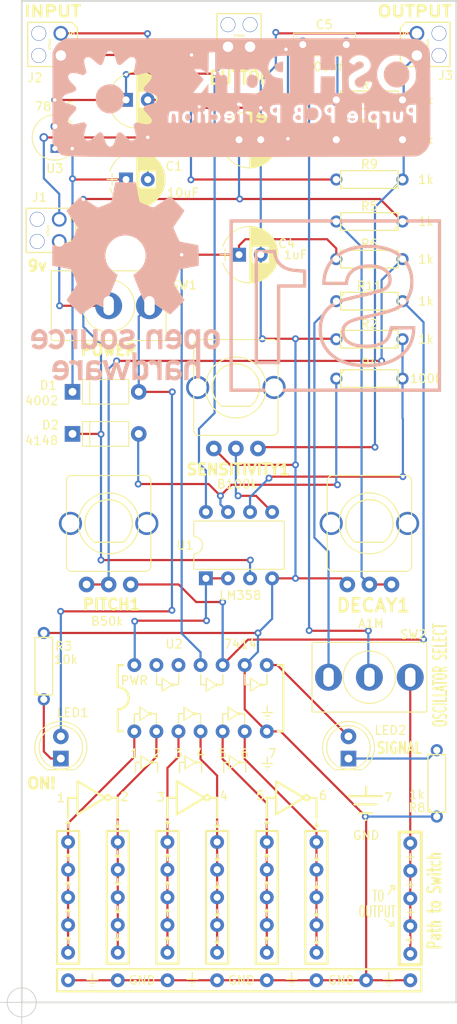
<source format=kicad_pcb>
(kicad_pcb (version 20171130) (host pcbnew "(5.0.0-rc2-dev-311-g1dd4af297)")
  (layers (0 F.Cu signal hide) (31 B.Cu signal hide) (34 B.Paste user) (35 F.Paste user) (36 B.SilkS user) (37 F.SilkS user hide) (38 B.Mask user) (39 F.Mask user) (44 Edge.Cuts user))
  (net 0 "")
  (net 1 "Net-(J1-Pad1)")
  (net 2 "Net-(D1-Pad2)")
  (net 3 "Net-(C5-Pad2)")
  (net 4 +5V)
  (net 5 GND)
  (net 6 "Net-(R1-Pad1)")
  (net 7 "Net-(PITCH1-Pad3)")
  (net 8 "Net-(PITCH1-Pad1)")
  (net 9 "Net-(DECAY1-Pad2)")
  (net 10 "Net-(J3-Pad1)")
  (net 11 "Net-(J2-Pad1)")
  (net 12 "Net-(C1-Pad1)")
  (net 13 "Net-(R2-Pad1)")
  (net 14 "Net-(D2-Pad2)")
  (net 15 "Net-(C2-Pad1)")
  (net 16 "Net-(C4-Pad1)")
  (net 17 "Net-(C5-Pad1)")
  (net 18 "Net-(U2-Pad13)")
  (net 19 "Net-(U2-Pad12)")
  (net 20 "Net-(U2-Pad1)")
  (net 21 "Net-(U2-Pad2)")
  (net 22 "Net-(U2-Pad4)")
  (net 23 "Net-(U2-Pad3)")
  (net 24 "Net-(U2-Pad5)")
  (net 25 "Net-(U2-Pad6)")
  (net 26 "Net-(U1-Pad1)")
  (net 27 "Net-(SENSITIVITY1-Pad2)")
  (net 28 "Net-(BreadBoardStrip1-Pad1)")
  (net 29 "Net-(R11-Pad1)")
  (net 30 "Net-(LED1-Pad1)")
  (net 31 "Net-(LED2-Pad2)")
  (net 32 "Net-(LED2-Pad1)")
  (net 33 "Net-(R1-Pad2)")
  (module zfoot:Button_Bigger (layer F.Cu) (at 147.936 41.4)
    (fp_text reference SW3 hide)
    (fp_text value BUTTON (at 0.146 4.828 180) (layer F.SilkS) (effects (font (size 1.5 1.25) (thickness 0.3))))
    (fp_text user STRAIN (at 0 0 -180) (layer F.SilkS) (effects (font (size 0.25 0.25) (thickness 0.0625))))
    (pad "" thru_hole circle (at 1.27 -1.27 180) (size 1.7 1.7) (drill 1.6) (layers *.Cu *.Mask))
    (pad "" thru_hole circle (at -1.27 -1.27 180) (size 1.7 1.7) (drill 1.6) (layers *.Cu *.Mask))
    (pad 2 thru_hole circle (at -1.27 1.27 180) (size 1.7 1.7) (drill 1.2) (layers *.Cu *.Mask) (net 4 +5V))
    (pad 1 thru_hole circle (at 1.27 1.27 180) (size 1.7 1.7) (drill 1.2) (layers *.Cu *.Mask) (net 33 "Net-(R1-Pad2)"))
  )
  (module zfoot:9v_Bigger (layer F.Cu) (at 127.254 63.754 90)
    (fp_text reference J1 (at 3.804 -2.278) (layer F.SilkS))
    (fp_text value 9v (at -4.064 -2.54) (layer F.SilkS) (effects (font (size 1.25 1.25) (thickness 0.3))))
    (fp_text user + (at -1.27 1.27 270) (layer F.SilkS) (effects (font (size 0.75 0.75))))
    (fp_text user - (at 1.27 1.27 270) (layer F.SilkS) (effects (font (size 0.75 0.75))))
    (fp_text user STRAIN (at 0 -1.27 -90) (layer F.SilkS) (effects (font (size 0.25 0.25) (thickness 0.0625))))
    (pad 1 thru_hole circle (at -1.27 0 270) (size 1.7 1.7) (drill 1.2) (layers *.Cu *.Mask) (net 1 "Net-(J1-Pad1)"))
    (pad 2 thru_hole circle (at 1.27 0 270) (size 1.7 1.7) (drill 1.2) (layers *.Cu *.Mask) (net 5 GND))
    (pad "" thru_hole circle (at 1.27 -2.54 270) (size 1.7 1.7) (drill 1.6) (layers *.Cu *.Mask))
    (pad "" thru_hole circle (at -1.27 -2.54 270) (size 1.7 1.7) (drill 1.6) (layers *.Cu *.Mask))
  )
  (module zfoot:BREAKOUT (layer F.Cu) (at 128.27 149.86)
    (fp_text reference U2 (at 12.192 -38.608) (layer F.SilkS))
    (fp_text value 7414 (at 19.812 -38.608) (layer F.SilkS))
    (fp_text user 7 (at 23.495 -26.035) (layer F.SilkS))
    (fp_text user 6 (at 20.32 -26.035) (layer F.SilkS))
    (fp_text user 5 (at 17.78 -26.035) (layer F.SilkS))
    (fp_text user 4 (at 15.24 -26.035) (layer F.SilkS))
    (fp_text user 3 (at 12.7 -26.035) (layer F.SilkS))
    (fp_text user 2 (at 10.16 -26.035) (layer F.SilkS))
    (fp_text user 1 (at 7.62 -26.035) (layer F.SilkS))
    (fp_text user GND (at 34.29 -16.637 180) (layer F.SilkS))
    (fp_text user 7 (at 36.83 -20.955) (layer F.SilkS))
    (fp_text user 6 (at 29.337 -21.209) (layer F.SilkS))
    (fp_text user 5 (at 22.098 -21.209) (layer F.SilkS))
    (fp_text user 4 (at 17.907 -21.1455) (layer F.SilkS))
    (fp_text user 3 (at 10.668 -21.0185) (layer F.SilkS))
    (fp_text user 2 (at 6.477 -21.082) (layer F.SilkS))
    (fp_text user 1 (at -0.8255 -20.955) (layer F.SilkS))
    (fp_text user GND (at 31.4325 0 180) (layer F.SilkS))
    (fp_text user GND (at 19.939 0 180) (layer F.SilkS))
    (fp_text user GND (at 8.509 0 180) (layer F.SilkS))
    (fp_text user PWR (at 7.62 -34.417) (layer F.SilkS))
    (pad 6 thru_hole circle (at 20.32 -28.575 90) (size 1.6 1.6) (drill 0.8) (layers *.Cu *.Mask) (net 25 "Net-(U2-Pad6)"))
    (pad 9 thru_hole circle (at 20.32 -36.195 90) (size 1.6 1.6) (drill 0.8) (layers *.Cu *.Mask) (net 5 GND))
    (pad 7 thru_hole oval (at 39.37 0 180) (size 1.6 1.6) (drill 0.8) (layers *.Cu *.Mask) (net 5 GND))
    (pad 7 thru_hole oval (at 0 0 270) (size 1.6 1.6) (drill 0.8) (layers *.Cu *.Mask) (net 5 GND))
    (pad 7 thru_hole oval (at 5.715 0 270) (size 1.6 1.6) (drill 0.8) (layers *.Cu *.Mask) (net 5 GND))
    (pad 7 thru_hole oval (at 11.43 0 270) (size 1.6 1.6) (drill 0.8) (layers *.Cu *.Mask) (net 5 GND))
    (pad 7 thru_hole oval (at 17.145 0 270) (size 1.6 1.6) (drill 0.8) (layers *.Cu *.Mask) (net 5 GND))
    (pad 7 thru_hole oval (at 22.86 0 270) (size 1.6 1.6) (drill 0.8) (layers *.Cu *.Mask) (net 5 GND))
    (pad 2 thru_hole oval (at 5.715 -6.35 180) (size 1.6 1.6) (drill 0.8) (layers *.Cu *.Mask) (net 21 "Net-(U2-Pad2)"))
    (pad 2 thru_hole oval (at 5.715 -15.875 180) (size 1.6 1.6) (drill 0.8) (layers *.Cu *.Mask) (net 21 "Net-(U2-Pad2)"))
    (pad 2 thru_hole oval (at 5.715 -9.525 180) (size 1.6 1.6) (drill 0.8) (layers *.Cu *.Mask) (net 21 "Net-(U2-Pad2)"))
    (pad 2 thru_hole oval (at 5.715 -3.175 180) (size 1.6 1.6) (drill 0.8) (layers *.Cu *.Mask) (net 21 "Net-(U2-Pad2)"))
    (pad 2 thru_hole oval (at 5.715 -12.7 180) (size 1.6 1.6) (drill 0.8) (layers *.Cu *.Mask) (net 21 "Net-(U2-Pad2)"))
    (pad 1 thru_hole oval (at 0 -15.875 180) (size 1.6 1.6) (drill 0.8) (layers *.Cu *.Mask) (net 20 "Net-(U2-Pad1)"))
    (pad 1 thru_hole oval (at 0 -3.175 180) (size 1.6 1.6) (drill 0.8) (layers *.Cu *.Mask) (net 20 "Net-(U2-Pad1)"))
    (pad 1 thru_hole oval (at 0 -6.35 180) (size 1.6 1.6) (drill 0.8) (layers *.Cu *.Mask) (net 20 "Net-(U2-Pad1)"))
    (pad 1 thru_hole oval (at 0 -9.525 180) (size 1.6 1.6) (drill 0.8) (layers *.Cu *.Mask) (net 20 "Net-(U2-Pad1)"))
    (pad 1 thru_hole oval (at 0 -12.7 180) (size 1.6 1.6) (drill 0.8) (layers *.Cu *.Mask) (net 20 "Net-(U2-Pad1)"))
    (pad 4 thru_hole oval (at 17.145 -6.35 180) (size 1.6 1.6) (drill 0.8) (layers *.Cu *.Mask) (net 22 "Net-(U2-Pad4)"))
    (pad 4 thru_hole oval (at 17.145 -15.875 180) (size 1.6 1.6) (drill 0.8) (layers *.Cu *.Mask) (net 22 "Net-(U2-Pad4)"))
    (pad 3 thru_hole oval (at 11.43 -12.7 180) (size 1.6 1.6) (drill 0.8) (layers *.Cu *.Mask) (net 23 "Net-(U2-Pad3)"))
    (pad 4 thru_hole oval (at 17.145 -3.175 180) (size 1.6 1.6) (drill 0.8) (layers *.Cu *.Mask) (net 22 "Net-(U2-Pad4)"))
    (pad 3 thru_hole oval (at 11.43 -15.875 180) (size 1.6 1.6) (drill 0.8) (layers *.Cu *.Mask) (net 23 "Net-(U2-Pad3)"))
    (pad 4 thru_hole oval (at 17.145 -12.7 180) (size 1.6 1.6) (drill 0.8) (layers *.Cu *.Mask) (net 22 "Net-(U2-Pad4)"))
    (pad 3 thru_hole oval (at 11.43 -3.175 180) (size 1.6 1.6) (drill 0.8) (layers *.Cu *.Mask) (net 23 "Net-(U2-Pad3)"))
    (pad 3 thru_hole oval (at 11.43 -6.35 180) (size 1.6 1.6) (drill 0.8) (layers *.Cu *.Mask) (net 23 "Net-(U2-Pad3)"))
    (pad 4 thru_hole oval (at 17.145 -9.525 180) (size 1.6 1.6) (drill 0.8) (layers *.Cu *.Mask) (net 22 "Net-(U2-Pad4)"))
    (pad 3 thru_hole oval (at 11.43 -9.525 180) (size 1.6 1.6) (drill 0.8) (layers *.Cu *.Mask) (net 23 "Net-(U2-Pad3)"))
    (pad 5 thru_hole oval (at 22.86 -3.175 180) (size 1.6 1.6) (drill 0.8) (layers *.Cu *.Mask) (net 24 "Net-(U2-Pad5)"))
    (pad 5 thru_hole oval (at 22.86 -15.875 180) (size 1.6 1.6) (drill 0.8) (layers *.Cu *.Mask) (net 24 "Net-(U2-Pad5)"))
    (pad 5 thru_hole oval (at 22.86 -6.35 180) (size 1.6 1.6) (drill 0.8) (layers *.Cu *.Mask) (net 24 "Net-(U2-Pad5)"))
    (pad 5 thru_hole oval (at 22.86 -9.525 180) (size 1.6 1.6) (drill 0.8) (layers *.Cu *.Mask) (net 24 "Net-(U2-Pad5)"))
    (pad 6 thru_hole oval (at 28.575 -6.35 180) (size 1.6 1.6) (drill 0.8) (layers *.Cu *.Mask) (net 25 "Net-(U2-Pad6)"))
    (pad 6 thru_hole oval (at 28.575 -3.175 180) (size 1.6 1.6) (drill 0.8) (layers *.Cu *.Mask) (net 25 "Net-(U2-Pad6)"))
    (pad 6 thru_hole oval (at 28.575 -12.7 180) (size 1.6 1.6) (drill 0.8) (layers *.Cu *.Mask) (net 25 "Net-(U2-Pad6)"))
    (pad 6 thru_hole oval (at 28.575 -15.875 180) (size 1.6 1.6) (drill 0.8) (layers *.Cu *.Mask) (net 25 "Net-(U2-Pad6)"))
    (pad 6 thru_hole oval (at 28.575 -9.525 180) (size 1.6 1.6) (drill 0.8) (layers *.Cu *.Mask) (net 25 "Net-(U2-Pad6)"))
    (pad 5 thru_hole oval (at 22.86 -12.7 180) (size 1.6 1.6) (drill 0.8) (layers *.Cu *.Mask) (net 24 "Net-(U2-Pad5)"))
    (pad 7 thru_hole oval (at 34.29 0 180) (size 1.6 1.6) (drill 0.8) (layers *.Cu *.Mask) (net 5 GND))
    (pad 7 thru_hole oval (at 28.575 0 270) (size 1.6 1.6) (drill 0.8) (layers *.Cu *.Mask) (net 5 GND))
    (pad 1 thru_hole circle (at 7.62 -28.575 90) (size 1.6 1.6) (drill 0.8) (layers *.Cu *.Mask) (net 20 "Net-(U2-Pad1)"))
    (pad 2 thru_hole circle (at 10.16 -28.575 90) (size 1.6 1.6) (drill 0.8) (layers *.Cu *.Mask) (net 21 "Net-(U2-Pad2)"))
    (pad 3 thru_hole circle (at 12.7 -28.575 90) (size 1.6 1.6) (drill 0.8) (layers *.Cu *.Mask) (net 23 "Net-(U2-Pad3)"))
    (pad 4 thru_hole circle (at 15.24 -28.575 90) (size 1.6 1.6) (drill 0.8) (layers *.Cu *.Mask) (net 22 "Net-(U2-Pad4)"))
    (pad 5 thru_hole circle (at 17.78 -28.575 90) (size 1.6 1.6) (drill 0.8) (layers *.Cu *.Mask) (net 24 "Net-(U2-Pad5)"))
    (pad 7 thru_hole circle (at 22.86 -28.575 90) (size 1.6 1.6) (drill 0.8) (layers *.Cu *.Mask) (net 5 GND))
    (pad 14 thru_hole circle (at 7.62 -36.195 90) (size 1.6 1.6) (drill 0.8) (layers *.Cu *.Mask) (net 26 "Net-(U1-Pad1)"))
    (pad 13 thru_hole circle (at 10.16 -36.195 90) (size 1.6 1.6) (drill 0.8) (layers *.Cu *.Mask) (net 18 "Net-(U2-Pad13)"))
    (pad 12 thru_hole circle (at 12.7 -36.195 90) (size 1.6 1.6) (drill 0.8) (layers *.Cu *.Mask) (net 19 "Net-(U2-Pad12)"))
    (pad 11 thru_hole circle (at 15.24 -36.195 90) (size 1.6 1.6) (drill 0.8) (layers *.Cu *.Mask) (net 16 "Net-(C4-Pad1)"))
    (pad 10 thru_hole circle (at 17.78 -36.195 90) (size 1.6 1.6) (drill 0.8) (layers *.Cu *.Mask) (net 7 "Net-(PITCH1-Pad3)"))
    (pad 8 thru_hole circle (at 22.86 -36.195 90) (size 1.6 1.6) (drill 0.8) (layers *.Cu *.Mask) (net 31 "Net-(LED2-Pad2)"))
  )
  (module zfoot:Jack_Instrument_Bigger (layer F.Cu) (at 127.436 42.4 90)
    (fp_text reference J2 (at -3.828 -2.976) (layer F.SilkS))
    (fp_text value INPUT (at 3.792 -0.944) (layer F.SilkS) (effects (font (size 1.25 1.5) (thickness 0.3))))
    (fp_text user T (at -1.27 1.27 -90) (layer F.SilkS) (effects (font (size 0.5 0.5) (thickness 0.125))))
    (fp_text user S (at 1.27 1.27 -90) (layer F.SilkS) (effects (font (size 0.5 0.5) (thickness 0.125))))
    (fp_text user STRAIN (at 0 -1.27 -90) (layer F.SilkS) (effects (font (size 0.25 0.25) (thickness 0.0625))))
    (pad 1 thru_hole circle (at -1.27 0 270) (size 1.7 1.7) (drill 1.2) (layers *.Cu *.Mask) (net 11 "Net-(J2-Pad1)"))
    (pad 2 thru_hole circle (at 1.27 0 270) (size 1.7 1.7) (drill 1.2) (layers *.Cu *.Mask) (net 5 GND))
    (pad "" thru_hole circle (at 1.27 -2.54 270) (size 1.7 1.7) (drill 1.6) (layers *.Cu *.Mask))
    (pad "" thru_hole circle (at -1.27 -2.54 270) (size 1.7 1.7) (drill 1.6) (layers *.Cu *.Mask))
  )
  (module zfoot:Jack_Instrument_Bigger (layer F.Cu) (at 169.672 42.4 270)
    (fp_text reference J3 (at 3.574 -2.032 180) (layer F.SilkS))
    (fp_text value OUTPUT (at -3.792 1.524 180) (layer F.SilkS) (effects (font (size 1.25 1.5) (thickness 0.3))))
    (fp_text user STRAIN (at 0 0 90) (layer F.SilkS) (effects (font (size 0.25 0.25) (thickness 0.0625))))
    (fp_text user S (at -1.27 2.54 90) (layer F.SilkS) (effects (font (size 0.5 0.5) (thickness 0.125))))
    (fp_text user T (at 1.27 2.54 90) (layer F.SilkS) (effects (font (size 0.5 0.5) (thickness 0.125))))
    (pad "" thru_hole circle (at 1.27 -1.27 90) (size 1.7 1.7) (drill 1.6) (layers *.Cu *.Mask))
    (pad "" thru_hole circle (at -1.27 -1.27 90) (size 1.7 1.7) (drill 1.6) (layers *.Cu *.Mask))
    (pad 2 thru_hole circle (at -1.27 1.27 90) (size 1.7 1.7) (drill 1.2) (layers *.Cu *.Mask) (net 5 GND))
    (pad 1 thru_hole circle (at 1.27 1.27 90) (size 1.7 1.7) (drill 1.2) (layers *.Cu *.Mask) (net 10 "Net-(J3-Pad1)"))
  )
  (module 4ms-footprints:Resistor_TH_300 (layer F.Cu) (at 162.936 71.882)
    (fp_text reference R11 (at 0 -1.75) (layer F.SilkS))
    (fp_text value 1k (at 6.5 0) (layer F.SilkS))
    (pad 1 thru_hole circle (at -3.81 0) (size 1.397 1.397) (drill 0.8128) (layers *.Cu *.Mask) (net 29 "Net-(R11-Pad1)"))
    (pad 2 thru_hole circle (at 3.81 0) (size 1.397 1.397) (drill 0.8128) (layers *.Cu *.Mask) (net 7 "Net-(PITCH1-Pad3)"))
  )
  (module zfoot:DIP_8pin_TL082_TH_CenteredNotOnPin1 (layer F.Cu) (at 147.936 99.9 90)
    (fp_text reference U1 (at 0 -6.204 180) (layer F.SilkS))
    (fp_text value LM358 (at -5.764 0.146 180) (layer F.SilkS))
    (pad 1 thru_hole rect (at -3.81 -3.81 90) (size 1.6 1.6) (drill 0.8) (layers *.Cu *.Mask) (net 26 "Net-(U1-Pad1)"))
    (pad 5 thru_hole oval (at 3.81 3.81 90) (size 1.6 1.6) (drill 0.8) (layers *.Cu *.Mask) (net 27 "Net-(SENSITIVITY1-Pad2)"))
    (pad 2 thru_hole oval (at -3.81 -1.27 90) (size 1.6 1.6) (drill 0.8) (layers *.Cu *.Mask) (net 26 "Net-(U1-Pad1)"))
    (pad 6 thru_hole oval (at 3.81 1.27 90) (size 1.6 1.6) (drill 0.8) (layers *.Cu *.Mask) (net 13 "Net-(R2-Pad1)"))
    (pad 3 thru_hole oval (at -3.81 1.27 90) (size 1.6 1.6) (drill 0.8) (layers *.Cu *.Mask) (net 15 "Net-(C2-Pad1)"))
    (pad 7 thru_hole oval (at 3.81 -1.27 90) (size 1.6 1.6) (drill 0.8) (layers *.Cu *.Mask) (net 14 "Net-(D2-Pad2)"))
    (pad 4 thru_hole oval (at -3.81 3.81 90) (size 1.6 1.6) (drill 0.8) (layers *.Cu *.Mask) (net 5 GND))
    (pad 8 thru_hole oval (at 3.81 -3.81 90) (size 1.6 1.6) (drill 0.8) (layers *.Cu *.Mask) (net 4 +5V))
  )
  (module zfoot:BREAKOUTswitch (layer F.Cu) (at 167.64 140.462)
    (fp_text reference BreadBoardStrip1 hide)
    (fp_text value "Path to Switch" (at 2.794 0.254 90) (layer F.SilkS) (effects (font (size 1.5 1) (thickness 0.25))))
    (fp_text user OUTPUT (at -3.81 1.524) (layer F.SilkS) (effects (font (size 1.25 0.75))))
    (fp_text user + (at -0.0635 4.699) (layer F.SilkS))
    (fp_text user + (at 0 1.524) (layer F.SilkS))
    (fp_text user + (at 0 -1.651) (layer F.SilkS))
    (fp_text user + (at 0 -4.826) (layer F.SilkS))
    (fp_text user TO (at -3.683 -0.254) (layer F.SilkS) (effects (font (size 1.25 0.75))))
    (pad 1 thru_hole oval (at 0 -6.35 180) (size 1.6 1.6) (drill 0.8) (layers *.Cu *.Mask) (net 28 "Net-(BreadBoardStrip1-Pad1)"))
    (pad 1 thru_hole oval (at 0 3.175 180) (size 1.6 1.6) (drill 0.8) (layers *.Cu *.Mask) (net 28 "Net-(BreadBoardStrip1-Pad1)"))
    (pad 1 thru_hole oval (at 0 -3.175 180) (size 1.6 1.6) (drill 0.8) (layers *.Cu *.Mask) (net 28 "Net-(BreadBoardStrip1-Pad1)"))
    (pad 1 thru_hole circle (at 0 0 180) (size 1.6 1.6) (drill 0.8) (layers *.Cu *.Mask) (net 28 "Net-(BreadBoardStrip1-Pad1)"))
    (pad 1 thru_hole oval (at 0 6.35 180) (size 1.6 1.6) (drill 0.8) (layers *.Cu *.Mask) (net 28 "Net-(BreadBoardStrip1-Pad1)"))
  )
  (module zfoot:LED_D5.0mm (layer F.Cu) (at 127.436 124.4 90)
    (fp_text reference LED1 (at 5.274 1.342 180) (layer F.SilkS))
    (fp_text value ON! (at -2.854 -2.214) (layer F.SilkS) (effects (font (size 1.25 1.25) (thickness 0.3125))))
    (pad 1 thru_hole rect (at 0 0 90) (size 1.8 1.8) (drill 0.9) (layers *.Cu *.Mask) (net 30 "Net-(LED1-Pad1)"))
    (pad 2 thru_hole circle (at 2.54 0 90) (size 1.8 1.8) (drill 0.9) (layers *.Cu *.Mask) (net 2 "Net-(D1-Pad2)"))
  )
  (module zfoot:LED_D5.0mm (layer F.Cu) (at 160.528 124.4 90)
    (fp_text reference LED2 (at 3.242 4.826 180) (layer F.SilkS))
    (fp_text value SIGNAL (at 1.21 5.842 180) (layer F.SilkS) (effects (font (size 1.25 1) (thickness 0.25))))
    (pad 2 thru_hole circle (at 2.54 0 90) (size 1.8 1.8) (drill 0.9) (layers *.Cu *.Mask) (net 31 "Net-(LED2-Pad2)"))
    (pad 1 thru_hole rect (at 0 0 90) (size 1.8 1.8) (drill 0.9) (layers *.Cu *.Mask) (net 32 "Net-(LED2-Pad1)"))
  )
  (module 4ms-footprints:Cap_Ceramic_TH (layer F.Cu) (at 160.274 42.418 180)
    (fp_text reference C5 (at 2.54 2.286 180) (layer F.SilkS))
    (fp_text value 100nf (at 2.54 -2.54 180) (layer F.SilkS))
    (pad 1 thru_hole circle (at 0 0 180) (size 1.6 1.6) (drill 0.8) (layers *.Cu *.Mask) (net 17 "Net-(C5-Pad1)"))
    (pad 2 thru_hole circle (at 5 0 180) (size 1.6 1.6) (drill 0.8) (layers *.Cu *.Mask) (net 3 "Net-(C5-Pad2)"))
  )
  (module 4ms-footprints:Cap_Electrolytic_TH (layer F.Cu) (at 134.936 57.912)
    (fp_text reference C1 (at 5.526 -1.524) (layer F.SilkS))
    (fp_text value 10uF (at 6.542 1.524 180) (layer F.SilkS))
    (pad 2 thru_hole circle (at 2.5 0) (size 1.6 1.6) (drill 0.8) (layers *.Cu *.Mask) (net 5 GND))
    (pad 1 thru_hole rect (at 0 0) (size 1.6 1.6) (drill 0.8) (layers *.Cu *.Mask) (net 12 "Net-(C1-Pad1)"))
  )
  (module 4ms-footprints:Cap_Electrolytic_TH (layer F.Cu) (at 147.936 53.34)
    (fp_text reference C2 (at 5.48 -1.27) (layer F.SilkS))
    (fp_text value 1uF (at 5.988 1.016) (layer F.SilkS))
    (pad 1 thru_hole rect (at 0 0) (size 1.6 1.6) (drill 0.8) (layers *.Cu *.Mask) (net 15 "Net-(C2-Pad1)"))
    (pad 2 thru_hole circle (at 2.5 0) (size 1.6 1.6) (drill 0.8) (layers *.Cu *.Mask) (net 5 GND))
  )
  (module 4ms-footprints:Cap_Electrolytic_TH (layer F.Cu) (at 134.936 48.768)
    (fp_text reference C3 (at 5.78 -1.27) (layer F.SilkS))
    (fp_text value 10uF (at 7.05 0.254) (layer F.SilkS))
    (pad 2 thru_hole circle (at 2.5 0) (size 1.6 1.6) (drill 0.8) (layers *.Cu *.Mask) (net 5 GND))
    (pad 1 thru_hole rect (at 0 0) (size 1.6 1.6) (drill 0.8) (layers *.Cu *.Mask) (net 4 +5V))
  )
  (module 4ms-footprints:Cap_Electrolytic_TH (layer F.Cu) (at 147.936 66.548)
    (fp_text reference C4 (at 5.48 -1.27) (layer F.SilkS))
    (fp_text value 1uF (at 6.496 0) (layer F.SilkS))
    (pad 1 thru_hole rect (at 0 0) (size 1.6 1.6) (drill 0.8) (layers *.Cu *.Mask) (net 16 "Net-(C4-Pad1)"))
    (pad 2 thru_hole circle (at 2.5 0) (size 1.6 1.6) (drill 0.8) (layers *.Cu *.Mask) (net 5 GND))
  )
  (module 4ms-footprints:Diode_BAT-85S_TH (layer F.Cu) (at 128.778 87.122)
    (fp_text reference D2 (at -2.54 -1.016) (layer F.SilkS))
    (fp_text value 4148 (at -3.556 0.762) (layer F.SilkS))
    (pad 2 thru_hole oval (at 7.62 0) (size 1.8 1.8) (drill 0.9) (layers *.Cu *.Mask) (net 14 "Net-(D2-Pad2)"))
    (pad 1 thru_hole rect (at 0 0) (size 1.8 1.8) (drill 0.9) (layers *.Cu *.Mask) (net 15 "Net-(C2-Pad1)"))
  )
  (module 4ms-footprints:Diode_BAT-85S_TH (layer F.Cu) (at 128.778 82.296)
    (fp_text reference D1 (at -2.794 -0.762) (layer F.SilkS))
    (fp_text value 4002 (at -3.556 1.016) (layer F.SilkS))
    (pad 1 thru_hole rect (at 0 0) (size 1.8 1.8) (drill 0.9) (layers *.Cu *.Mask) (net 12 "Net-(C1-Pad1)"))
    (pad 2 thru_hole oval (at 7.62 0) (size 1.8 1.8) (drill 0.9) (layers *.Cu *.Mask) (net 2 "Net-(D1-Pad2)"))
  )
  (module 4ms-footprints:Resistor_TH_300 (layer F.Cu) (at 170.688 127.254 90)
    (fp_text reference R8 (at -2.794 -2.286 180) (layer F.SilkS))
    (fp_text value 1k (at -1.27 -2.286 180) (layer F.SilkS))
    (pad 2 thru_hole circle (at 3.81 0 90) (size 1.397 1.397) (drill 0.8128) (layers *.Cu *.Mask) (net 32 "Net-(LED2-Pad1)"))
    (pad 1 thru_hole circle (at -3.81 0 90) (size 1.397 1.397) (drill 0.8128) (layers *.Cu *.Mask) (net 5 GND))
  )
  (module 4ms-footprints:Resistor_TH_300 (layer F.Cu) (at 162.936 48.768)
    (fp_text reference R7 (at 0 -1.75) (layer F.SilkS))
    (fp_text value 1k (at 6.5 0) (layer F.SilkS))
    (pad 1 thru_hole circle (at -3.81 0) (size 1.397 1.397) (drill 0.8128) (layers *.Cu *.Mask) (net 17 "Net-(C5-Pad1)"))
    (pad 2 thru_hole circle (at 3.81 0) (size 1.397 1.397) (drill 0.8128) (layers *.Cu *.Mask) (net 10 "Net-(J3-Pad1)"))
  )
  (module 4ms-footprints:Resistor_TH_300 (layer F.Cu) (at 162.936 67.056)
    (fp_text reference R6 (at 0 -1.75) (layer F.SilkS))
    (fp_text value 1k (at 6.5 0) (layer F.SilkS))
    (pad 2 thru_hole circle (at 3.81 0) (size 1.397 1.397) (drill 0.8128) (layers *.Cu *.Mask) (net 8 "Net-(PITCH1-Pad1)"))
    (pad 1 thru_hole circle (at -3.81 0) (size 1.397 1.397) (drill 0.8128) (layers *.Cu *.Mask) (net 16 "Net-(C4-Pad1)"))
  )
  (module 4ms-footprints:Resistor_TH_300 (layer F.Cu) (at 162.936 62.738 180)
    (fp_text reference R5 (at 0 1.75 180) (layer F.SilkS))
    (fp_text value 1k (at -6.5 0 180) (layer F.SilkS))
    (pad 1 thru_hole circle (at -3.81 0 180) (size 1.397 1.397) (drill 0.8128) (layers *.Cu *.Mask) (net 15 "Net-(C2-Pad1)"))
    (pad 2 thru_hole circle (at 3.81 0 180) (size 1.397 1.397) (drill 0.8128) (layers *.Cu *.Mask) (net 9 "Net-(DECAY1-Pad2)"))
  )
  (module 4ms-footprints:Resistor_TH_300 (layer F.Cu) (at 162.936 80.772)
    (fp_text reference R4 (at 0 -1.75) (layer F.SilkS))
    (fp_text value 100k (at 6.5 0) (layer F.SilkS))
    (pad 2 thru_hole circle (at 3.81 0) (size 1.397 1.397) (drill 0.8128) (layers *.Cu *.Mask) (net 13 "Net-(R2-Pad1)"))
    (pad 1 thru_hole circle (at -3.81 0) (size 1.397 1.397) (drill 0.8128) (layers *.Cu *.Mask) (net 14 "Net-(D2-Pad2)"))
  )
  (module 4ms-footprints:Resistor_TH_300 (layer F.Cu) (at 125.476 113.792 90)
    (fp_text reference R3 (at 2.286 2.286 180) (layer F.SilkS))
    (fp_text value 10k (at 0.762 2.54 180) (layer F.SilkS))
    (pad 1 thru_hole circle (at -3.81 0 90) (size 1.397 1.397) (drill 0.8128) (layers *.Cu *.Mask) (net 30 "Net-(LED1-Pad1)"))
    (pad 2 thru_hole circle (at 3.81 0 90) (size 1.397 1.397) (drill 0.8128) (layers *.Cu *.Mask) (net 5 GND))
  )
  (module 4ms-footprints:Resistor_TH_300 (layer F.Cu) (at 162.936 76.25 180)
    (fp_text reference R2 (at 0 1.75 180) (layer F.SilkS))
    (fp_text value 1k (at -6.5 0 180) (layer F.SilkS))
    (pad 2 thru_hole circle (at 3.81 0 180) (size 1.397 1.397) (drill 0.8128) (layers *.Cu *.Mask) (net 5 GND))
    (pad 1 thru_hole circle (at -3.81 0 180) (size 1.397 1.397) (drill 0.8128) (layers *.Cu *.Mask) (net 13 "Net-(R2-Pad1)"))
  )
  (module 4ms-footprints:Resistor_TH_300 (layer F.Cu) (at 162.936 53.34 180)
    (fp_text reference R1 (at 0 1.75 180) (layer F.SilkS))
    (fp_text value 1k (at -6.5 0 180) (layer F.SilkS))
    (pad 1 thru_hole circle (at -3.81 0 180) (size 1.397 1.397) (drill 0.8128) (layers *.Cu *.Mask) (net 6 "Net-(R1-Pad1)"))
    (pad 2 thru_hole circle (at 3.81 0 180) (size 1.397 1.397) (drill 0.8128) (layers *.Cu *.Mask) (net 33 "Net-(R1-Pad2)"))
  )
  (module 4ms-footprints:Resistor_TH_300 (layer F.Cu) (at 162.936 57.912 180)
    (fp_text reference R9 (at 0 1.75 180) (layer F.SilkS))
    (fp_text value 1k (at -6.5 0 180) (layer F.SilkS))
    (pad 2 thru_hole circle (at 3.81 0 180) (size 1.397 1.397) (drill 0.8128) (layers *.Cu *.Mask) (net 11 "Net-(J2-Pad1)"))
    (pad 1 thru_hole circle (at -3.81 0 180) (size 1.397 1.397) (drill 0.8128) (layers *.Cu *.Mask) (net 6 "Net-(R1-Pad1)"))
  )
  (module 4ms-footprints:TO-92_Molded_Narrow (layer F.Cu) (at 126.746 54.356 90)
    (fp_text reference U3 (at -2.286 0 180) (layer F.SilkS))
    (fp_text value 78L05 (at 4.826 0 180) (layer F.SilkS))
    (pad 1 thru_hole rect (at 0 0 180) (size 1 1) (drill 0.6) (layers *.Cu *.Mask) (net 12 "Net-(C1-Pad1)"))
    (pad 3 thru_hole circle (at 2.54 0 180) (size 1 1) (drill 0.6) (layers *.Cu *.Mask) (net 4 +5V))
    (pad 2 thru_hole circle (at 1.27 -1.27 180) (size 1 1) (drill 0.6) (layers *.Cu *.Mask) (net 5 GND))
  )
  (module zfoot:POT-9MM-ALPHA (layer F.Cu) (at 162.936 97.4 180)
    (fp_text reference DECAY1 (at 3.932 -10.296 180) (layer F.SilkS) (effects (font (size 1.5 1.5) (thickness 0.3)) (justify left bottom)))
    (fp_text value A1M (at 1.392 -12.074 180) (layer F.SilkS) (effects (justify left bottom)))
    (pad 5 thru_hole circle (at -4.394363 -0.001843 180) (size 2.667 2.667) (drill 2.0574) (layers *.Cu *.Mask))
    (pad 4 thru_hole circle (at 4.394037 -0.001843 180) (size 2.667 2.667) (drill 2.0574) (layers *.Cu *.Mask))
    (pad 1 thru_hole circle (at 2.539837 -7.012243 90) (size 1.8034 1.8034) (drill 0.889) (layers *.Cu *.Mask) (net 5 GND))
    (pad 2 thru_hole circle (at -0.000163 -7.012243 90) (size 1.8034 1.8034) (drill 0.889) (layers *.Cu *.Mask) (net 9 "Net-(DECAY1-Pad2)"))
    (pad 3 thru_hole circle (at -2.540163 -7.012243 90) (size 1.8034 1.8034) (drill 0.889) (layers *.Cu *.Mask) (net 9 "Net-(DECAY1-Pad2)"))
  )
  (module zfoot:POT-9MM-ALPHA (layer F.Cu) (at 132.936 97.4 180)
    (fp_text reference PITCH1 (at 3.142 -10.042 180) (layer F.SilkS) (effects (font (size 1.25 1.25) (thickness 0.3)) (justify left bottom)))
    (fp_text value B50k (at 2.126 -11.82 180) (layer F.SilkS) (effects (justify left bottom)))
    (pad 3 thru_hole circle (at -2.540163 -7.012243 90) (size 1.8034 1.8034) (drill 0.889) (layers *.Cu *.Mask) (net 7 "Net-(PITCH1-Pad3)"))
    (pad 2 thru_hole circle (at -0.000163 -7.012243 90) (size 1.8034 1.8034) (drill 0.889) (layers *.Cu *.Mask) (net 8 "Net-(PITCH1-Pad1)"))
    (pad 1 thru_hole circle (at 2.539837 -7.012243 90) (size 1.8034 1.8034) (drill 0.889) (layers *.Cu *.Mask) (net 8 "Net-(PITCH1-Pad1)"))
    (pad 4 thru_hole circle (at 4.394037 -0.001843 180) (size 2.667 2.667) (drill 2.0574) (layers *.Cu *.Mask))
    (pad 5 thru_hole circle (at -4.394363 -0.001843 180) (size 2.667 2.667) (drill 2.0574) (layers *.Cu *.Mask))
  )
  (module zfoot:POT-9MM-ALPHA (layer F.Cu) (at 147.574 81.788 180)
    (fp_text reference SENSITIVITY1 (at 5.842 -10.16) (layer F.SilkS) (effects (font (size 1.25 1.25) (thickness 0.3)) (justify left bottom)))
    (fp_text value B100k (at 2.286 -11.684 180) (layer F.SilkS) (effects (justify left bottom)))
    (pad 5 thru_hole circle (at -4.394363 -0.001843 180) (size 2.667 2.667) (drill 2.0574) (layers *.Cu *.Mask))
    (pad 4 thru_hole circle (at 4.394037 -0.001843 180) (size 2.667 2.667) (drill 2.0574) (layers *.Cu *.Mask))
    (pad 1 thru_hole circle (at 2.539837 -7.012243 90) (size 1.8034 1.8034) (drill 0.889) (layers *.Cu *.Mask) (net 5 GND))
    (pad 2 thru_hole circle (at -0.000163 -7.012243 90) (size 1.8034 1.8034) (drill 0.889) (layers *.Cu *.Mask) (net 27 "Net-(SENSITIVITY1-Pad2)"))
    (pad 3 thru_hole circle (at -2.540163 -7.012243 90) (size 1.8034 1.8034) (drill 0.889) (layers *.Cu *.Mask) (net 6 "Net-(R1-Pad1)"))
  )
  (module zfoot:Switch_Toggle_SPDT_Mini_SolderLug (layer F.Cu) (at 162.936 115.062 90)
    (fp_text reference SW2 (at 4.318 3.434 180) (layer F.SilkS) (effects (justify left bottom)))
    (fp_text value "OSCILLATOR SELECT" (at -5.842 9.022 90) (layer F.SilkS) (effects (font (size 1.5 0.8) (thickness 0.2)) (justify left bottom)))
    (pad 3 thru_hole circle (at 0 4.7 90) (size 3.1 3.1) (drill oval 2.2 1.2) (layers *.Cu *.Mask) (net 28 "Net-(BreadBoardStrip1-Pad1)"))
    (pad 2 thru_hole circle (at 0 0 90) (size 3.1 3.1) (drill oval 2.2 1.2) (layers *.Cu *.Mask) (net 3 "Net-(C5-Pad2)"))
    (pad 1 thru_hole circle (at 0 -4.7 90) (size 3.1 3.1) (drill oval 2.2 1.2) (layers *.Cu *.Mask) (net 29 "Net-(R11-Pad1)"))
  )
  (module zfoot:Switch_Toggle_SPST_Mini_SolderLug_2legs (layer F.Cu) (at 132.936 72.4 270)
    (fp_text reference SW1 (at -1.788 -7.018) (layer F.SilkS) (effects (justify left bottom)))
    (fp_text value POWER (at 5.832 3.396) (layer F.SilkS) (effects (font (size 1.25 1.25) (thickness 0.3)) (justify left bottom)))
    (pad 2 thru_hole circle (at 0 0 270) (size 3.1 3.1) (drill oval 2.2 1.2) (layers *.Cu *.Mask) (net 1 "Net-(J1-Pad1)"))
    (pad 1 thru_hole circle (at 0 -4.7 270) (size 3.1 3.1) (drill oval 2.2 1.2) (layers *.Cu *.Mask) (net 2 "Net-(D1-Pad2)"))
  )
  (module zfoot:Logo_S1-2 (layer B.Cu) (at 159.004 72.39 180)
    (fp_text reference S1 hide)
    (fp_text value LOGO2 hide)
  )
  (module zfoot:Logo_Open-1 (layer B.Cu) (at 134.874 69.596 180)
    (fp_text reference LOGO1 hide)
    (fp_text value Open hide)
  )
  (module zfoot:Logo_OSH-1 (layer B.Cu) (at 148.082 48.768 180)
    (fp_text reference LOGO3 hide)
    (fp_text value OSH hide)
  )
  (target plus (at 122.936 152.4) (size 5) (width 0.1) (layer Edge.Cuts))
  (gr_line (start 172.936 152.4) (end 122.936 152.4) (layer Edge.Cuts) (width 0.2))
  (gr_line (start 172.936 37.4) (end 172.936 152.4) (layer Edge.Cuts) (width 0.2))
  (gr_line (start 122.936 37.4) (end 172.936 37.4) (layer Edge.Cuts) (width 0.2))
  (gr_line (start 122.936 152.4) (end 122.936 37.4) (layer Edge.Cuts) (width 0.2))
  (segment (start 127.296 72.41) (end 132.926 72.41) (width 0.25) (layer F.Cu) (net 1))
  (segment (start 132.926 72.41) (end 132.936 72.4) (width 0.25) (layer F.Cu) (net 1))
  (segment (start 127.254 72.368) (end 127.296 72.41) (width 0.25) (layer B.Cu) (net 1))
  (segment (start 127.254 65.024) (end 127.254 72.368) (width 0.25) (layer B.Cu) (net 1))
  (via (at 127.296 72.41) (size 0.8) (drill 0.4) (layers F.Cu B.Cu) (net 1))
  (segment (start 140.256 82.3) (end 136.402 82.3) (width 0.25) (layer F.Cu) (net 2))
  (segment (start 136.402 82.3) (end 136.398 82.296) (width 0.25) (layer F.Cu) (net 2))
  (segment (start 140.216 82.34) (end 140.256 82.3) (width 0.25) (layer B.Cu) (net 2))
  (segment (start 140.216 107.38) (end 140.216 82.34) (width 0.25) (layer B.Cu) (net 2))
  (via (at 140.256 82.3) (size 0.8) (drill 0.4) (layers F.Cu B.Cu) (net 2))
  (segment (start 140.096 107.5) (end 140.216 107.38) (width 0.25) (layer F.Cu) (net 2))
  (segment (start 127.416 107.5) (end 140.096 107.5) (width 0.25) (layer F.Cu) (net 2))
  (via (at 140.216 107.38) (size 0.8) (drill 0.4) (layers F.Cu B.Cu) (net 2))
  (segment (start 127.436 107.52) (end 127.416 107.5) (width 0.25) (layer B.Cu) (net 2))
  (segment (start 127.436 121.86) (end 127.436 107.52) (width 0.25) (layer B.Cu) (net 2))
  (via (at 127.416 107.5) (size 0.8) (drill 0.4) (layers F.Cu B.Cu) (net 2))
  (segment (start 136.398 82.296) (end 136.398 73.638) (width 0.25) (layer B.Cu) (net 2))
  (segment (start 136.398 73.638) (end 137.636 72.4) (width 0.25) (layer B.Cu) (net 2))
  (segment (start 151.556 92.03) (end 151.384 92.202) (width 0.25) (layer F.Cu) (net 13))
  (segment (start 166.786 92.03) (end 151.556 92.03) (width 0.25) (layer F.Cu) (net 13))
  (segment (start 150.984001 92.601999) (end 151.384 92.202) (width 0.25) (layer B.Cu) (net 13))
  (segment (start 149.206 94.38) (end 150.984001 92.601999) (width 0.25) (layer B.Cu) (net 13))
  (segment (start 149.206 96.09) (end 149.206 94.38) (width 0.25) (layer B.Cu) (net 13))
  (via (at 151.384 92.202) (size 0.8) (drill 0.4) (layers F.Cu B.Cu) (net 13))
  (segment (start 147.066 92.964) (end 146.195999 93.834001) (width 0.25) (layer F.Cu) (net 14))
  (segment (start 144.442 92.88) (end 145.396001 93.834001) (width 0.25) (layer F.Cu) (net 14))
  (segment (start 145.396001 93.834001) (end 145.796 94.234) (width 0.25) (layer F.Cu) (net 14))
  (segment (start 145.796 94.799685) (end 145.796 94.234) (width 0.25) (layer B.Cu) (net 14))
  (segment (start 145.796 95.22) (end 145.796 94.799685) (width 0.25) (layer B.Cu) (net 14))
  (segment (start 146.666 96.09) (end 145.796 95.22) (width 0.25) (layer B.Cu) (net 14))
  (segment (start 159.257998 92.964) (end 147.066 92.964) (width 0.25) (layer F.Cu) (net 14))
  (segment (start 136.336 92.88) (end 144.442 92.88) (width 0.25) (layer F.Cu) (net 14))
  (segment (start 146.195999 93.834001) (end 145.796 94.234) (width 0.25) (layer F.Cu) (net 14))
  (via (at 145.796 94.234) (size 0.8) (drill 0.4) (layers F.Cu B.Cu) (net 14))
  (via (at 147.828 94.234002) (size 0.8) (drill 0.4) (layers F.Cu B.Cu) (net 27))
  (segment (start 147.574163 93.980165) (end 147.828 94.234002) (width 0.25) (layer B.Cu) (net 27))
  (segment (start 151.746 96.09) (end 149.890002 94.234002) (width 0.25) (layer F.Cu) (net 27))
  (segment (start 147.574163 88.800243) (end 147.574163 93.980165) (width 0.25) (layer B.Cu) (net 27))
  (segment (start 148.393685 94.234002) (end 147.828 94.234002) (width 0.25) (layer F.Cu) (net 27))
  (segment (start 149.890002 94.234002) (end 148.393685 94.234002) (width 0.25) (layer F.Cu) (net 27))
  (segment (start 167.636 115.062) (end 167.636 134.108) (width 0.25) (layer F.Cu) (net 28))
  (segment (start 167.636 134.108) (end 167.64 134.112) (width 0.25) (layer F.Cu) (net 28))
  (segment (start 167.64 143.637) (end 167.64 146.812) (width 0.25) (layer F.Cu) (net 28))
  (segment (start 167.64 140.462) (end 167.64 143.637) (width 0.25) (layer F.Cu) (net 28))
  (segment (start 167.64 137.287) (end 167.64 140.462) (width 0.25) (layer F.Cu) (net 28))
  (segment (start 167.64 134.112) (end 167.64 137.287) (width 0.25) (layer F.Cu) (net 28))
  (segment (start 155.274 43.54937) (end 155.996 44.27137) (width 0.25) (layer B.Cu) (net 3))
  (segment (start 155.274 42.418) (end 155.274 43.54937) (width 0.25) (layer B.Cu) (net 3))
  (segment (start 155.996 44.27137) (end 155.996 109.124315) (width 0.25) (layer B.Cu) (net 3))
  (segment (start 155.996 109.124315) (end 156.006 109.134315) (width 0.25) (layer B.Cu) (net 3))
  (segment (start 156.006 109.134315) (end 156.006 109.7) (width 0.25) (layer B.Cu) (net 3))
  (segment (start 162.814 109.728) (end 156.034 109.728) (width 0.25) (layer F.Cu) (net 3))
  (segment (start 156.034 109.728) (end 156.006 109.7) (width 0.25) (layer F.Cu) (net 3))
  (via (at 156.006 109.7) (size 0.8) (drill 0.4) (layers F.Cu B.Cu) (net 3))
  (segment (start 162.814 109.728) (end 162.814 114.94) (width 0.25) (layer B.Cu) (net 3))
  (segment (start 162.814 114.94) (end 162.936 115.062) (width 0.25) (layer B.Cu) (net 3))
  (via (at 162.814 109.728) (size 0.8) (drill 0.4) (layers F.Cu B.Cu) (net 3))
  (segment (start 158.236 100.66) (end 156.606 99.03) (width 0.25) (layer B.Cu) (net 29))
  (segment (start 158.236 115.062) (end 158.236 100.66) (width 0.25) (layer B.Cu) (net 29))
  (segment (start 156.606 99.03) (end 156.606 74.402) (width 0.25) (layer B.Cu) (net 29))
  (segment (start 156.606 74.402) (end 159.126 71.882) (width 0.25) (layer B.Cu) (net 29))
  (segment (start 145.126002 45.72) (end 146.666 44.180002) (width 0.25) (layer B.Cu) (net 4))
  (segment (start 146.666 44.180002) (end 146.666 42.67) (width 0.25) (layer B.Cu) (net 4))
  (segment (start 151.746 103.71) (end 151.746 108.349996) (width 0.25) (layer B.Cu) (net 5))
  (segment (start 150.113996 112.141004) (end 150.113996 110.547685) (width 0.25) (layer B.Cu) (net 5))
  (segment (start 126.463828 109.982) (end 150.113996 109.982) (width 0.25) (layer F.Cu) (net 5))
  (segment (start 148.59 113.665) (end 150.113996 112.141004) (width 0.25) (layer B.Cu) (net 5))
  (segment (start 150.113996 110.547685) (end 150.113996 109.982) (width 0.25) (layer B.Cu) (net 5))
  (segment (start 150.513995 109.582001) (end 150.113996 109.982) (width 0.25) (layer B.Cu) (net 5))
  (segment (start 151.746 108.349996) (end 150.513995 109.582001) (width 0.25) (layer B.Cu) (net 5))
  (segment (start 125.476 109.982) (end 126.463828 109.982) (width 0.25) (layer F.Cu) (net 5))
  (via (at 150.113996 109.982) (size 0.8) (drill 0.4) (layers F.Cu B.Cu) (net 5))
  (segment (start 154.432 76.2) (end 159.076 76.2) (width 0.25) (layer F.Cu) (net 5))
  (segment (start 150.622 76.2) (end 154.432 76.2) (width 0.25) (layer F.Cu) (net 5))
  (segment (start 154.432 90.678) (end 154.432 76.2) (width 0.25) (layer B.Cu) (net 5))
  (via (at 154.432 76.2) (size 0.8) (drill 0.4) (layers F.Cu B.Cu) (net 5))
  (segment (start 154.432 103.71) (end 159.69392 103.71) (width 0.25) (layer F.Cu) (net 5))
  (segment (start 151.746 103.71) (end 154.432 103.71) (width 0.25) (layer F.Cu) (net 5))
  (segment (start 154.432 90.678) (end 154.432 103.71) (width 0.25) (layer B.Cu) (net 5))
  (via (at 154.432 103.71) (size 0.8) (drill 0.4) (layers F.Cu B.Cu) (net 5))
  (segment (start 146.91192 90.678) (end 147.636402 90.678) (width 0.25) (layer F.Cu) (net 5))
  (segment (start 145.034163 88.800243) (end 146.91192 90.678) (width 0.25) (layer F.Cu) (net 5))
  (segment (start 147.636402 90.678) (end 154.432 90.678) (width 0.25) (layer F.Cu) (net 5))
  (via (at 154.432 90.678) (size 0.8) (drill 0.4) (layers F.Cu B.Cu) (net 5))
  (segment (start 159.076 76.2) (end 159.126 76.25) (width 0.25) (layer F.Cu) (net 5))
  (segment (start 150.436 76.014) (end 150.622 76.2) (width 0.25) (layer B.Cu) (net 5))
  (segment (start 150.436 66.548) (end 150.436 76.014) (width 0.25) (layer B.Cu) (net 5))
  (via (at 150.622 76.2) (size 0.8) (drill 0.4) (layers F.Cu B.Cu) (net 5))
  (segment (start 152.731 121.285) (end 162.466 131.02) (width 0.25) (layer F.Cu) (net 5))
  (segment (start 151.13 121.285) (end 152.731 121.285) (width 0.25) (layer F.Cu) (net 5))
  (segment (start 162.466 131.02) (end 162.466 131.064) (width 0.25) (layer F.Cu) (net 5))
  (segment (start 162.466 131.064) (end 170.688 131.064) (width 0.25) (layer B.Cu) (net 5))
  (segment (start 162.56 149.86) (end 162.56 131.158) (width 0.25) (layer F.Cu) (net 5))
  (segment (start 162.56 131.158) (end 162.466 131.064) (width 0.25) (layer F.Cu) (net 5))
  (via (at 162.466 131.064) (size 0.8) (drill 0.4) (layers F.Cu B.Cu) (net 5))
  (segment (start 148.59 113.665) (end 148.59 118.745) (width 0.25) (layer F.Cu) (net 5))
  (segment (start 148.59 118.745) (end 151.13 121.285) (width 0.25) (layer F.Cu) (net 5))
  (segment (start 127.436 41.13) (end 137.376 41.13) (width 0.25) (layer F.Cu) (net 5))
  (via (at 137.406 41.16) (size 0.8) (drill 0.4) (layers F.Cu B.Cu) (net 5))
  (segment (start 137.406 41.16) (end 137.406 48.738) (width 0.25) (layer B.Cu) (net 5))
  (segment (start 137.376 41.13) (end 137.406 41.16) (width 0.25) (layer F.Cu) (net 5))
  (segment (start 163.576 88.646) (end 150.268406 88.646) (width 0.25) (layer F.Cu) (net 6))
  (segment (start 150.268406 88.646) (end 150.114163 88.800243) (width 0.25) (layer F.Cu) (net 6))
  (segment (start 163.576 61.082) (end 163.576 64.393218) (width 0.25) (layer B.Cu) (net 6))
  (segment (start 166.746 57.912) (end 163.576 61.082) (width 0.25) (layer B.Cu) (net 6))
  (segment (start 163.576 64.393218) (end 163.576 88.646) (width 0.25) (layer B.Cu) (net 6))
  (via (at 163.576 88.646) (size 0.8) (drill 0.4) (layers F.Cu B.Cu) (net 6))
  (segment (start 146.05 113.665) (end 148.971 110.744) (width 0.25) (layer F.Cu) (net 7))
  (segment (start 148.971 110.744) (end 168.598315 110.744) (width 0.25) (layer F.Cu) (net 7))
  (segment (start 168.598315 110.744) (end 169.164 110.744) (width 0.25) (layer F.Cu) (net 7))
  (segment (start 166.746 71.882) (end 169.164 74.3) (width 0.25) (layer B.Cu) (net 7))
  (segment (start 169.164 110.178315) (end 169.164 110.744) (width 0.25) (layer B.Cu) (net 7))
  (segment (start 169.164 74.3) (end 169.164 110.178315) (width 0.25) (layer B.Cu) (net 7))
  (via (at 169.164 110.744) (size 0.8) (drill 0.4) (layers F.Cu B.Cu) (net 7))
  (segment (start 140.988243 104.412243) (end 143.002 106.426) (width 0.25) (layer F.Cu) (net 7))
  (segment (start 135.476163 104.412243) (end 140.988243 104.412243) (width 0.25) (layer F.Cu) (net 7))
  (segment (start 143.002 106.426) (end 145.484315 106.426) (width 0.25) (layer F.Cu) (net 7))
  (segment (start 145.484315 106.426) (end 146.05 106.426) (width 0.25) (layer F.Cu) (net 7))
  (segment (start 146.05 113.665) (end 146.05 106.426) (width 0.25) (layer B.Cu) (net 7))
  (segment (start 145.796 113.411) (end 146.05 113.157) (width 0.25) (layer B.Cu) (net 7))
  (segment (start 146.05 113.157) (end 146.05 106.991685) (width 0.25) (layer B.Cu) (net 7))
  (via (at 146.05 106.426) (size 0.8) (drill 0.4) (layers F.Cu B.Cu) (net 7))
  (segment (start 146.05 106.991685) (end 146.05 106.426) (width 0.25) (layer B.Cu) (net 7))
  (segment (start 164.338 78.74) (end 164.338 69.464) (width 0.25) (layer B.Cu) (net 8))
  (segment (start 164.338 69.464) (end 166.746 67.056) (width 0.25) (layer B.Cu) (net 8))
  (segment (start 133.858 78.74) (end 164.338 78.74) (width 0.25) (layer F.Cu) (net 8))
  (via (at 164.338 78.74) (size 0.8) (drill 0.4) (layers F.Cu B.Cu) (net 8))
  (segment (start 132.936163 79.661837) (end 133.858 78.74) (width 0.25) (layer B.Cu) (net 8))
  (segment (start 132.936163 104.412243) (end 132.936163 79.661837) (width 0.25) (layer B.Cu) (net 8))
  (via (at 133.858 78.74) (size 0.8) (drill 0.4) (layers F.Cu B.Cu) (net 8))
  (segment (start 130.396163 104.412243) (end 132.936163 104.412243) (width 0.25) (layer F.Cu) (net 8))
  (segment (start 162.034464 65.646464) (end 162.034464 103.510544) (width 0.25) (layer B.Cu) (net 9))
  (segment (start 159.126 62.738) (end 162.034464 65.646464) (width 0.25) (layer B.Cu) (net 9))
  (segment (start 162.034464 103.510544) (end 162.936163 104.412243) (width 0.25) (layer B.Cu) (net 9))
  (segment (start 160.528 121.86) (end 152.333 113.665) (width 0.25) (layer F.Cu) (net 31))
  (segment (start 152.333 113.665) (end 151.13 113.665) (width 0.25) (layer F.Cu) (net 31))
  (segment (start 160.528 124.4) (end 169.732 124.4) (width 0.25) (layer B.Cu) (net 32))
  (segment (start 169.732 124.4) (end 170.688 123.444) (width 0.25) (layer B.Cu) (net 32))
  (segment (start 125.476 117.602) (end 125.476 123.59) (width 0.25) (layer F.Cu) (net 30))
  (segment (start 125.476 123.59) (end 126.286 124.4) (width 0.25) (layer F.Cu) (net 30))
  (segment (start 126.286 124.4) (end 127.436 124.4) (width 0.25) (layer F.Cu) (net 30))
  (segment (start 142.476 43.61) (end 127.496 43.61) (width 0.25) (layer F.Cu) (net 11))
  (via (at 142.476 43.61) (size 0.8) (drill 0.4) (layers F.Cu B.Cu) (net 11))
  (segment (start 142.406 43.68) (end 142.476 43.61) (width 0.25) (layer B.Cu) (net 11))
  (segment (start 146.666 42.4) (end 146.666001 43.602082) (width 0.25) (layer B.Cu) (net 4))
  (segment (start 166.746 76.25) (end 166.746 80.772) (width 0.25) (layer B.Cu) (net 13))
  (segment (start 159.126 80.772) (end 159.126 92.832002) (width 0.25) (layer B.Cu) (net 14))
  (segment (start 159.126 92.832002) (end 159.257998 92.964) (width 0.25) (layer B.Cu) (net 14))
  (via (at 159.257998 92.964) (size 0.8) (drill 0.4) (layers F.Cu B.Cu) (net 14))
  (segment (start 132.056 76.85) (end 130.026002 74.820002) (width 0.25) (layer B.Cu) (net 15))
  (segment (start 132.056 87.16) (end 132.056 76.85) (width 0.25) (layer B.Cu) (net 15))
  (segment (start 130.026002 74.820002) (end 130.026002 60.755685) (width 0.25) (layer B.Cu) (net 15))
  (segment (start 130.026002 60.755685) (end 130.026002 60.19) (width 0.25) (layer B.Cu) (net 15))
  (segment (start 148.016 60.15) (end 130.066002 60.15) (width 0.25) (layer F.Cu) (net 15))
  (segment (start 130.066002 60.15) (end 130.026002 60.19) (width 0.25) (layer F.Cu) (net 15))
  (via (at 130.026002 60.19) (size 0.8) (drill 0.4) (layers F.Cu B.Cu) (net 15))
  (via (at 132.056 87.16) (size 0.8) (drill 0.4) (layers F.Cu B.Cu) (net 15))
  (segment (start 132.056 87.16) (end 132.056 101.609998) (width 0.25) (layer B.Cu) (net 15))
  (segment (start 132.056 101.609998) (end 132.055998 101.61) (width 0.25) (layer B.Cu) (net 15))
  (segment (start 132.018 87.122) (end 132.056 87.16) (width 0.25) (layer F.Cu) (net 15))
  (segment (start 128.778 87.122) (end 132.018 87.122) (width 0.25) (layer F.Cu) (net 15))
  (segment (start 153.336 42.97) (end 149.506 42.97) (width 0.25) (layer F.Cu) (net 33))
  (segment (start 149.506 42.97) (end 149.206 42.67) (width 0.25) (layer F.Cu) (net 33))
  (segment (start 153.566 53.23) (end 153.566 43.2) (width 0.25) (layer B.Cu) (net 33))
  (segment (start 153.566 43.2) (end 153.336 42.97) (width 0.25) (layer B.Cu) (net 33))
  (via (at 153.336 42.97) (size 0.8) (drill 0.4) (layers F.Cu B.Cu) (net 33))
  (segment (start 153.676 53.34) (end 153.566 53.23) (width 0.25) (layer F.Cu) (net 33))
  (segment (start 159.126 53.34) (end 153.676 53.34) (width 0.25) (layer F.Cu) (net 33))
  (via (at 153.566 53.23) (size 0.8) (drill 0.4) (layers F.Cu B.Cu) (net 33))
  (segment (start 144.126 91.33) (end 143.326001 90.530001) (width 0.25) (layer B.Cu) (net 4))
  (segment (start 144.126 96.09) (end 144.126 91.33) (width 0.25) (layer B.Cu) (net 4))
  (segment (start 143.326001 90.530001) (end 143.326001 86.529999) (width 0.25) (layer B.Cu) (net 4))
  (segment (start 143.326001 86.529999) (end 145.126002 84.729998) (width 0.25) (layer B.Cu) (net 4))
  (segment (start 145.126002 84.729998) (end 145.126002 46.285685) (width 0.25) (layer B.Cu) (net 4))
  (segment (start 145.126002 46.285685) (end 145.126002 45.72) (width 0.25) (layer B.Cu) (net 4))
  (segment (start 135.046002 45.76) (end 145.086002 45.76) (width 0.25) (layer F.Cu) (net 4))
  (segment (start 134.946002 45.86) (end 135.046002 45.76) (width 0.25) (layer F.Cu) (net 4))
  (segment (start 145.086002 45.76) (end 145.126002 45.72) (width 0.25) (layer F.Cu) (net 4))
  (segment (start 145.176002 45.77) (end 145.126002 45.72) (width 0.25) (layer F.Cu) (net 4))
  (segment (start 145.346 45.77) (end 145.176002 45.77) (width 0.25) (layer F.Cu) (net 4))
  (via (at 145.126002 45.72) (size 0.8) (drill 0.4) (layers F.Cu B.Cu) (net 4))
  (segment (start 126.736 48.78) (end 134.924 48.78) (width 0.25) (layer F.Cu) (net 4))
  (segment (start 134.924 48.78) (end 134.936 48.768) (width 0.25) (layer F.Cu) (net 4))
  (segment (start 126.746 48.79) (end 126.736 48.78) (width 0.25) (layer B.Cu) (net 4))
  (segment (start 126.746 51.816) (end 126.746 48.79) (width 0.25) (layer B.Cu) (net 4))
  (via (at 126.736 48.78) (size 0.8) (drill 0.4) (layers F.Cu B.Cu) (net 4))
  (segment (start 134.936 45.870002) (end 134.946002 45.86) (width 0.25) (layer B.Cu) (net 4))
  (segment (start 134.936 48.768) (end 134.936 45.870002) (width 0.25) (layer B.Cu) (net 4))
  (via (at 134.946002 45.86) (size 0.8) (drill 0.4) (layers F.Cu B.Cu) (net 4))
  (segment (start 159.69392 103.71) (end 160.396163 104.412243) (width 0.25) (layer F.Cu) (net 5))
  (segment (start 143.224 48.768) (end 144.126 49.67) (width 0.25) (layer F.Cu) (net 5))
  (segment (start 137.436 48.768) (end 143.224 48.768) (width 0.25) (layer F.Cu) (net 5))
  (segment (start 144.126 49.67) (end 150.436 49.67) (width 0.25) (layer F.Cu) (net 5))
  (segment (start 152.166 44.85) (end 150.436 46.58) (width 0.25) (layer B.Cu) (net 5))
  (segment (start 152.166 41.02) (end 152.166 44.85) (width 0.25) (layer B.Cu) (net 5))
  (segment (start 150.436 46.58) (end 150.436 49.67) (width 0.25) (layer B.Cu) (net 5))
  (via (at 150.436 49.67) (size 0.8) (drill 0.4) (layers F.Cu B.Cu) (net 5))
  (segment (start 137.406 48.738) (end 137.436 48.768) (width 0.25) (layer B.Cu) (net 5))
  (segment (start 127.254 59.568) (end 125.476 57.79) (width 0.25) (layer B.Cu) (net 5))
  (segment (start 127.254 62.484) (end 127.254 59.568) (width 0.25) (layer B.Cu) (net 5))
  (segment (start 125.476 57.79) (end 125.476 53.086) (width 0.25) (layer B.Cu) (net 5))
  (segment (start 125.526 109.932) (end 125.476 109.982) (width 0.25) (layer B.Cu) (net 5))
  (segment (start 137.436 48.768) (end 137.436 49.89937) (width 0.25) (layer B.Cu) (net 5))
  (segment (start 137.436 49.89937) (end 137.436 53.07) (width 0.25) (layer B.Cu) (net 5))
  (segment (start 137.436 57.912) (end 137.436 56.78063) (width 0.25) (layer B.Cu) (net 5))
  (segment (start 137.436 56.78063) (end 137.436 53.07) (width 0.25) (layer B.Cu) (net 5))
  (segment (start 137.42 53.086) (end 137.436 53.07) (width 0.25) (layer F.Cu) (net 5))
  (segment (start 125.476 53.086) (end 137.42 53.086) (width 0.25) (layer F.Cu) (net 5))
  (via (at 137.436 53.07) (size 0.8) (drill 0.4) (layers F.Cu B.Cu) (net 5))
  (segment (start 150.528 66.64) (end 150.436 66.548) (width 0.25) (layer F.Cu) (net 5))
  (segment (start 150.436 49.67) (end 150.436 53.34) (width 0.25) (layer B.Cu) (net 5))
  (segment (start 152.276 41.13) (end 152.166 41.02) (width 0.25) (layer F.Cu) (net 5))
  (segment (start 168.402 41.13) (end 152.276 41.13) (width 0.25) (layer F.Cu) (net 5))
  (via (at 152.166 41.02) (size 0.8) (drill 0.4) (layers F.Cu B.Cu) (net 5))
  (segment (start 150.436 66.548) (end 150.436 53.34) (width 0.25) (layer B.Cu) (net 5))
  (segment (start 162.56 148.72863) (end 162.56 149.86) (width 0.25) (layer F.Cu) (net 5))
  (segment (start 162.56 149.86) (end 163.69137 149.86) (width 0.25) (layer F.Cu) (net 5))
  (segment (start 163.69137 149.86) (end 167.64 149.86) (width 0.25) (layer F.Cu) (net 5))
  (segment (start 156.845 149.86) (end 162.56 149.86) (width 0.25) (layer F.Cu) (net 5))
  (segment (start 151.13 149.86) (end 152.26137 149.86) (width 0.25) (layer F.Cu) (net 5))
  (segment (start 152.26137 149.86) (end 156.845 149.86) (width 0.25) (layer F.Cu) (net 5))
  (segment (start 145.415 149.86) (end 151.13 149.86) (width 0.25) (layer F.Cu) (net 5))
  (segment (start 139.7 149.86) (end 140.83137 149.86) (width 0.25) (layer F.Cu) (net 5))
  (segment (start 140.83137 149.86) (end 145.415 149.86) (width 0.25) (layer F.Cu) (net 5))
  (segment (start 133.985 149.86) (end 139.7 149.86) (width 0.25) (layer F.Cu) (net 5))
  (segment (start 128.27 149.86) (end 133.985 149.86) (width 0.25) (layer F.Cu) (net 5))
  (segment (start 166.878 57.912) (end 166.878 56.924172) (width 0.25) (layer B.Cu) (net 6))
  (segment (start 166.878 56.924172) (end 166.878 53.34) (width 0.25) (layer B.Cu) (net 6))
  (segment (start 165.476163 104.412243) (end 164.200967 104.412243) (width 0.25) (layer F.Cu) (net 9))
  (segment (start 164.200967 104.412243) (end 162.936163 104.412243) (width 0.25) (layer F.Cu) (net 9))
  (segment (start 166.878 48.768) (end 166.878 45.194) (width 0.25) (layer B.Cu) (net 10))
  (segment (start 166.878 45.194) (end 168.402 43.67) (width 0.25) (layer B.Cu) (net 10))
  (segment (start 127.496 43.61) (end 127.436 43.67) (width 0.25) (layer F.Cu) (net 11))
  (segment (start 142.406 57.94) (end 142.406 43.68) (width 0.25) (layer B.Cu) (net 11))
  (segment (start 142.434 57.912) (end 142.406 57.94) (width 0.25) (layer F.Cu) (net 11))
  (segment (start 159.126 57.912) (end 142.434 57.912) (width 0.25) (layer F.Cu) (net 11))
  (via (at 142.406 57.94) (size 0.8) (drill 0.4) (layers F.Cu B.Cu) (net 11))
  (segment (start 128.778 57.82) (end 128.778 54.392) (width 0.25) (layer B.Cu) (net 12))
  (segment (start 128.778 82.296) (end 128.778 57.82) (width 0.25) (layer B.Cu) (net 12))
  (segment (start 134.936 57.912) (end 128.87 57.912) (width 0.25) (layer F.Cu) (net 12))
  (segment (start 128.87 57.912) (end 128.778 57.82) (width 0.25) (layer F.Cu) (net 12))
  (via (at 128.778 57.82) (size 0.8) (drill 0.4) (layers F.Cu B.Cu) (net 12))
  (segment (start 128.746 54.36) (end 126.75 54.36) (width 0.25) (layer F.Cu) (net 12))
  (segment (start 126.75 54.36) (end 126.746 54.356) (width 0.25) (layer F.Cu) (net 12))
  (segment (start 128.778 54.392) (end 128.746 54.36) (width 0.25) (layer B.Cu) (net 12))
  (via (at 128.746 54.36) (size 0.8) (drill 0.4) (layers F.Cu B.Cu) (net 12))
  (segment (start 134.888 57.96) (end 134.936 57.912) (width 0.25) (layer F.Cu) (net 12))
  (segment (start 166.786 92.03) (end 166.786 85.384) (width 0.25) (layer B.Cu) (net 13))
  (segment (start 166.786 85.384) (end 166.746 85.344) (width 0.25) (layer B.Cu) (net 13))
  (via (at 166.786 92.03) (size 0.8) (drill 0.4) (layers F.Cu B.Cu) (net 13))
  (segment (start 166.746 85.344) (end 166.746 84.356172) (width 0.25) (layer B.Cu) (net 13))
  (segment (start 166.746 84.356172) (end 166.746 80.772) (width 0.25) (layer B.Cu) (net 13))
  (segment (start 136.336 92.88) (end 136.336 87.184) (width 0.25) (layer B.Cu) (net 14))
  (segment (start 136.336 87.184) (end 136.398 87.122) (width 0.25) (layer B.Cu) (net 14))
  (via (at 136.336 92.88) (size 0.8) (drill 0.4) (layers F.Cu B.Cu) (net 14))
  (segment (start 148.016 60.15) (end 164.158 60.15) (width 0.25) (layer F.Cu) (net 15))
  (segment (start 164.158 60.15) (end 166.746 62.738) (width 0.25) (layer F.Cu) (net 15))
  (segment (start 147.936 60.07) (end 148.016 60.15) (width 0.25) (layer B.Cu) (net 15))
  (segment (start 147.936 53.34) (end 147.936 60.07) (width 0.25) (layer B.Cu) (net 15))
  (via (at 148.016 60.15) (size 0.8) (drill 0.4) (layers F.Cu B.Cu) (net 15))
  (segment (start 149.236 101.61) (end 132.055998 101.61) (width 0.25) (layer F.Cu) (net 15))
  (via (at 132.055998 101.61) (size 0.8) (drill 0.4) (layers F.Cu B.Cu) (net 15))
  (segment (start 149.206 101.64) (end 149.236 101.61) (width 0.25) (layer B.Cu) (net 15))
  (segment (start 149.206 103.71) (end 149.206 101.64) (width 0.25) (layer B.Cu) (net 15))
  (via (at 149.236 101.61) (size 0.8) (drill 0.4) (layers F.Cu B.Cu) (net 15))
  (segment (start 141.336 110.03) (end 143.51 112.204) (width 0.25) (layer B.Cu) (net 16))
  (segment (start 141.336 66.55) (end 141.336 110.03) (width 0.25) (layer B.Cu) (net 16))
  (segment (start 143.51 112.204) (end 143.51 113.665) (width 0.25) (layer B.Cu) (net 16))
  (segment (start 141.338 66.548) (end 141.336 66.55) (width 0.25) (layer F.Cu) (net 16))
  (segment (start 147.936 66.548) (end 141.338 66.548) (width 0.25) (layer F.Cu) (net 16))
  (via (at 141.336 66.55) (size 0.8) (drill 0.4) (layers F.Cu B.Cu) (net 16))
  (segment (start 147.936 65.498) (end 148.664 64.77) (width 0.25) (layer F.Cu) (net 16))
  (segment (start 147.936 66.548) (end 147.936 65.498) (width 0.25) (layer F.Cu) (net 16))
  (segment (start 148.664 64.77) (end 158.066 64.77) (width 0.25) (layer F.Cu) (net 16))
  (segment (start 158.066 64.77) (end 159.126 65.83) (width 0.25) (layer F.Cu) (net 16))
  (segment (start 159.126 65.83) (end 159.126 67.056) (width 0.25) (layer F.Cu) (net 16))
  (segment (start 159.258 48.768) (end 159.258 43.434) (width 0.25) (layer B.Cu) (net 17))
  (segment (start 159.258 43.434) (end 160.274 42.418) (width 0.25) (layer B.Cu) (net 17))
  (segment (start 128.27 131.826) (end 135.89 124.206) (width 0.25) (layer F.Cu) (net 20))
  (segment (start 128.27 133.985) (end 128.27 131.826) (width 0.25) (layer F.Cu) (net 20))
  (segment (start 135.89 124.206) (end 135.89 121.285) (width 0.25) (layer F.Cu) (net 20))
  (segment (start 128.27 143.51) (end 128.27 144.64137) (width 0.25) (layer F.Cu) (net 20))
  (segment (start 128.27 144.64137) (end 128.27 146.685) (width 0.25) (layer F.Cu) (net 20))
  (segment (start 128.27 140.335) (end 128.27 143.51) (width 0.25) (layer F.Cu) (net 20))
  (segment (start 128.27 137.16) (end 128.27 140.335) (width 0.25) (layer F.Cu) (net 20))
  (segment (start 128.27 133.985) (end 128.27 135.11637) (width 0.25) (layer F.Cu) (net 20))
  (segment (start 128.27 135.11637) (end 128.27 137.16) (width 0.25) (layer F.Cu) (net 20))
  (segment (start 138.43 124.206) (end 133.97992 128.65608) (width 0.25) (layer F.Cu) (net 21))
  (segment (start 138.43 121.285) (end 138.43 124.206) (width 0.25) (layer F.Cu) (net 21))
  (segment (start 133.97992 128.65608) (end 133.97992 133.97992) (width 0.25) (layer F.Cu) (net 21))
  (segment (start 133.97992 133.97992) (end 133.985 133.985) (width 0.25) (layer F.Cu) (net 21))
  (segment (start 133.985 137.16) (end 133.985 133.985) (width 0.25) (layer F.Cu) (net 21))
  (segment (start 133.985 140.335) (end 133.985 139.20363) (width 0.25) (layer F.Cu) (net 21))
  (segment (start 133.985 139.20363) (end 133.985 137.16) (width 0.25) (layer F.Cu) (net 21))
  (segment (start 133.985 143.51) (end 133.985 140.335) (width 0.25) (layer F.Cu) (net 21))
  (segment (start 133.985 146.685) (end 133.985 145.55363) (width 0.25) (layer F.Cu) (net 21))
  (segment (start 133.985 145.55363) (end 133.985 143.51) (width 0.25) (layer F.Cu) (net 21))
  (segment (start 143.51 124.46) (end 145.415 126.365) (width 0.25) (layer F.Cu) (net 22))
  (segment (start 143.51 121.285) (end 143.51 124.46) (width 0.25) (layer F.Cu) (net 22))
  (segment (start 145.415 126.365) (end 145.415 133.985) (width 0.25) (layer F.Cu) (net 22))
  (segment (start 145.415 146.685) (end 145.415 145.55363) (width 0.25) (layer F.Cu) (net 22))
  (segment (start 145.415 145.55363) (end 145.415 143.51) (width 0.25) (layer F.Cu) (net 22))
  (segment (start 145.415 143.51) (end 145.415 140.335) (width 0.25) (layer F.Cu) (net 22))
  (segment (start 145.415 140.335) (end 145.415 139.20363) (width 0.25) (layer F.Cu) (net 22))
  (segment (start 145.415 139.20363) (end 145.415 137.16) (width 0.25) (layer F.Cu) (net 22))
  (segment (start 145.415 133.985) (end 145.415 135.11637) (width 0.25) (layer F.Cu) (net 22))
  (segment (start 145.415 135.11637) (end 145.415 137.16) (width 0.25) (layer F.Cu) (net 22))
  (segment (start 140.97 124.206) (end 139.7 125.476) (width 0.25) (layer F.Cu) (net 23))
  (segment (start 140.97 121.285) (end 140.97 124.206) (width 0.25) (layer F.Cu) (net 23))
  (segment (start 139.7 125.476) (end 139.7 133.985) (width 0.25) (layer F.Cu) (net 23))
  (segment (start 139.7 146.685) (end 139.7 145.55363) (width 0.25) (layer F.Cu) (net 23))
  (segment (start 139.7 145.55363) (end 139.7 143.51) (width 0.25) (layer F.Cu) (net 23))
  (segment (start 139.7 143.51) (end 139.7 142.37863) (width 0.25) (layer F.Cu) (net 23))
  (segment (start 139.7 142.37863) (end 139.7 140.335) (width 0.25) (layer F.Cu) (net 23))
  (segment (start 139.7 137.16) (end 139.7 140.335) (width 0.25) (layer F.Cu) (net 23))
  (segment (start 139.7 133.985) (end 139.7 137.16) (width 0.25) (layer F.Cu) (net 23))
  (segment (start 146.05 124.46) (end 151.13 129.54) (width 0.25) (layer F.Cu) (net 24))
  (segment (start 146.05 121.285) (end 146.05 124.46) (width 0.25) (layer F.Cu) (net 24))
  (segment (start 151.13 129.54) (end 151.13 130.048) (width 0.25) (layer F.Cu) (net 24))
  (segment (start 151.13 130.048) (end 151.13 133.985) (width 0.25) (layer F.Cu) (net 24))
  (segment (start 151.13 143.51) (end 151.13 144.64137) (width 0.25) (layer F.Cu) (net 24))
  (segment (start 151.13 144.64137) (end 151.13 146.685) (width 0.25) (layer F.Cu) (net 24))
  (segment (start 151.13 140.335) (end 151.13 143.51) (width 0.25) (layer F.Cu) (net 24))
  (segment (start 151.13 140.335) (end 151.13 137.16) (width 0.25) (layer F.Cu) (net 24))
  (segment (start 151.13 133.985) (end 151.13 135.11637) (width 0.25) (layer F.Cu) (net 24))
  (segment (start 151.13 135.11637) (end 151.13 137.16) (width 0.25) (layer F.Cu) (net 24))
  (segment (start 148.59 124.46) (end 156.845 132.715) (width 0.25) (layer F.Cu) (net 25))
  (segment (start 148.59 121.285) (end 148.59 124.46) (width 0.25) (layer F.Cu) (net 25))
  (segment (start 156.845 132.715) (end 156.845 133.985) (width 0.25) (layer F.Cu) (net 25))
  (segment (start 156.845 137.16) (end 156.845 133.985) (width 0.25) (layer F.Cu) (net 25))
  (segment (start 156.845 140.335) (end 156.845 139.20363) (width 0.25) (layer F.Cu) (net 25))
  (segment (start 156.845 139.20363) (end 156.845 137.16) (width 0.25) (layer F.Cu) (net 25))
  (segment (start 156.845 143.51) (end 156.845 142.37863) (width 0.25) (layer F.Cu) (net 25))
  (segment (start 156.845 142.37863) (end 156.845 140.335) (width 0.25) (layer F.Cu) (net 25))
  (segment (start 156.845 146.685) (end 156.845 145.55363) (width 0.25) (layer F.Cu) (net 25))
  (segment (start 156.845 145.55363) (end 156.845 143.51) (width 0.25) (layer F.Cu) (net 25))
  (segment (start 144.126 103.71) (end 145.176 103.71) (width 0.25) (layer F.Cu) (net 26))
  (segment (start 145.176 103.71) (end 146.666 103.71) (width 0.25) (layer F.Cu) (net 26))
  (segment (start 135.936 108.64) (end 135.936 113.619) (width 0.25) (layer B.Cu) (net 26))
  (segment (start 135.936 113.619) (end 135.89 113.665) (width 0.25) (layer B.Cu) (net 26))
  (segment (start 136.006 108.57) (end 135.936 108.64) (width 0.25) (layer F.Cu) (net 26))
  (segment (start 144.196 108.57) (end 136.006 108.57) (width 0.25) (layer F.Cu) (net 26))
  (via (at 135.936 108.64) (size 0.8) (drill 0.4) (layers F.Cu B.Cu) (net 26))
  (segment (start 144.126 108.5) (end 144.196 108.57) (width 0.25) (layer B.Cu) (net 26))
  (segment (start 144.126 103.71) (end 144.126 108.5) (width 0.25) (layer B.Cu) (net 26))
  (via (at 144.196 108.57) (size 0.8) (drill 0.4) (layers F.Cu B.Cu) (net 26))
)
</source>
